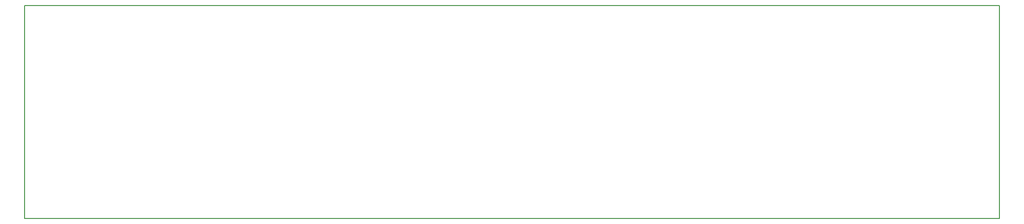
<source format=gm1>
G04 #@! TF.GenerationSoftware,KiCad,Pcbnew,(5.1.0-0)*
G04 #@! TF.CreationDate,2020-01-03T12:25:20+01:00*
G04 #@! TF.ProjectId,AddOnA,4164644f-6e41-42e6-9b69-6361645f7063,rev?*
G04 #@! TF.SameCoordinates,Original*
G04 #@! TF.FileFunction,Profile,NP*
%FSLAX46Y46*%
G04 Gerber Fmt 4.6, Leading zero omitted, Abs format (unit mm)*
G04 Created by KiCad (PCBNEW (5.1.0-0)) date 2020-01-03 12:25:20*
%MOMM*%
%LPD*%
G04 APERTURE LIST*
%ADD10C,0.150000*%
G04 APERTURE END LIST*
D10*
X6000000Y51000000D02*
X6000000Y90000000D01*
X184000000Y51000000D02*
X6000000Y51000000D01*
X184000000Y90000000D02*
X184000000Y51000000D01*
X6000000Y90000000D02*
X184000000Y90000000D01*
M02*

</source>
